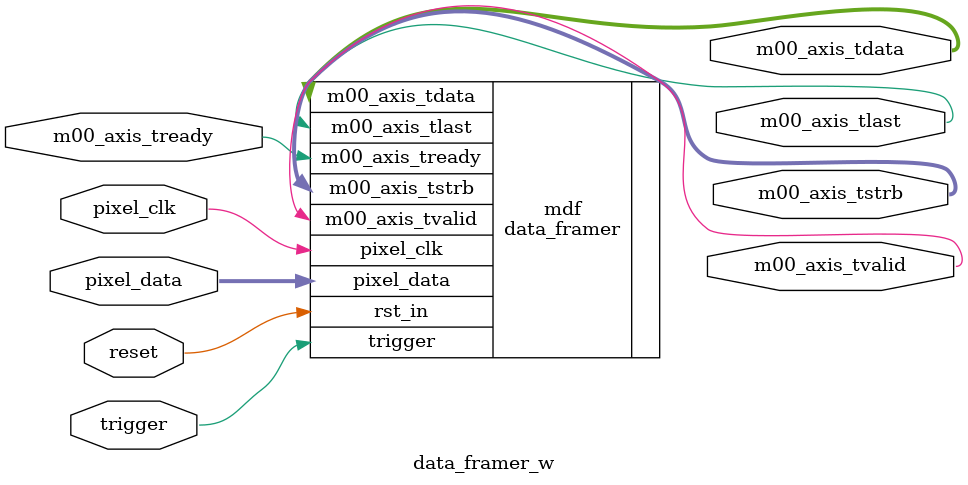
<source format=v>
module data_framer_w #
	(
		parameter integer C_M00_AXIS_TDATA_WIDTH	= 32
	)
	(
        input wire pixel_clk, //driven by video pixel clock
        input wire [23:0] pixel_data, //24 bit true color video data
        input wire trigger,
        input wire reset,
 
		// Ports of Axi Master Bus Interface M00_AXIS
		input wire  m00_axis_tready,
		output wire  m00_axis_tvalid, m00_axis_tlast,
		output wire [C_M00_AXIS_TDATA_WIDTH-1 : 0] m00_axis_tdata,
		output wire [(C_M00_AXIS_TDATA_WIDTH/8)-1: 0] m00_axis_tstrb
	);
 
    data_framer mdf
    (   .pixel_clk(pixel_clk),
        .pixel_data(pixel_data),
        .trigger(trigger),
        .rst_in(reset),
        .m00_axis_tready(m00_axis_tready),
        .m00_axis_tvalid(m00_axis_tvalid),
        .m00_axis_tlast(m00_axis_tlast),
        .m00_axis_tdata(m00_axis_tdata),
        .m00_axis_tstrb(m00_axis_tstrb)
    );
endmodule
</source>
